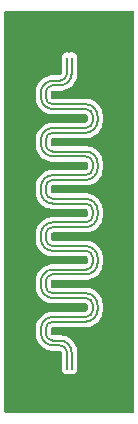
<source format=gbr>
%TF.GenerationSoftware,KiCad,Pcbnew,9.0.4*%
%TF.CreationDate,2025-09-11T11:48:02+02:00*%
%TF.ProjectId,200_042_V1_Line,3230305f-3034-4325-9f56-315f4c696e65,rev?*%
%TF.SameCoordinates,Original*%
%TF.FileFunction,Copper,L1,Top*%
%TF.FilePolarity,Positive*%
%FSLAX46Y46*%
G04 Gerber Fmt 4.6, Leading zero omitted, Abs format (unit mm)*
G04 Created by KiCad (PCBNEW 9.0.4) date 2025-09-11 11:48:02*
%MOMM*%
%LPD*%
G01*
G04 APERTURE LIST*
%TA.AperFunction,ViaPad*%
%ADD10C,0.500000*%
%TD*%
%TA.AperFunction,Conductor*%
%ADD11C,0.200000*%
%TD*%
G04 APERTURE END LIST*
D10*
%TO.N,GND*%
X139234403Y-85591317D03*
X135527911Y-94677131D03*
X135981677Y-78088914D03*
X139637418Y-74199718D03*
X136434403Y-85591317D03*
X141518323Y-84148819D03*
X138930241Y-95589807D03*
X137827333Y-89586470D03*
X141574891Y-88250038D03*
X141504181Y-91064323D03*
X140344383Y-87585358D03*
X139641832Y-72806071D03*
X137544383Y-87585358D03*
X141044383Y-83583134D03*
X137745421Y-71509374D03*
X139752687Y-97465273D03*
X139754555Y-98864564D03*
X141511252Y-86998459D03*
X137728231Y-72884643D03*
X136420154Y-97491924D03*
X136434403Y-81589093D03*
X137028229Y-73584644D03*
X141942027Y-94069643D03*
X139934404Y-85591317D03*
X139255581Y-74914005D03*
X141044383Y-91587580D03*
X137530241Y-95589808D03*
X137544383Y-91587582D03*
X137551454Y-79587980D03*
X135533170Y-78601504D03*
X137834404Y-77586868D03*
X138237313Y-75585754D03*
X135527911Y-95377131D03*
X141945616Y-93372946D03*
X135960464Y-90003663D03*
X141878946Y-88992500D03*
X140351454Y-79587980D03*
X135932179Y-89056140D03*
X139651454Y-79587980D03*
X137134404Y-81589092D03*
X138937312Y-75585756D03*
X137544383Y-83583133D03*
X141765774Y-76406034D03*
X137834405Y-85591315D03*
X135529130Y-92584531D03*
X135536760Y-75104807D03*
X139234402Y-81589092D03*
X137821917Y-99587577D03*
X135527911Y-96077130D03*
X135533170Y-75801504D03*
X138534403Y-77586868D03*
X137834405Y-81589092D03*
X139630240Y-95589807D03*
X139241474Y-93588694D03*
X138944383Y-91587582D03*
X135522057Y-80174879D03*
X139644382Y-87585358D03*
X141946069Y-85679723D03*
X141949659Y-82183025D03*
X139644384Y-91587581D03*
X137134404Y-85591317D03*
X139234403Y-77586868D03*
X141164769Y-75847385D03*
X138244382Y-83583134D03*
X140337312Y-75585756D03*
X139934404Y-77586867D03*
X138541475Y-93588694D03*
X135529129Y-87691423D03*
X135532718Y-84194726D03*
X141945616Y-92672945D03*
X139637420Y-73499719D03*
X135946322Y-82168919D03*
X137841475Y-93588695D03*
X135529129Y-88391422D03*
X137823385Y-98889567D03*
X137141475Y-93588694D03*
X135529129Y-91184529D03*
X139934404Y-81589092D03*
X135529129Y-90484530D03*
X139488926Y-96487832D03*
X141108202Y-95335248D03*
X137820154Y-97491924D03*
X136434403Y-77586868D03*
X138244382Y-91587581D03*
X141490039Y-82946737D03*
X139753574Y-98163451D03*
X141214267Y-79998102D03*
X139941475Y-93588694D03*
X135889754Y-84969063D03*
X141946069Y-84979723D03*
X138951455Y-79587980D03*
X137537312Y-75585756D03*
X139927333Y-89586470D03*
X141945616Y-89879838D03*
X138230242Y-95589807D03*
X135529128Y-91884530D03*
X136441474Y-93588694D03*
X140344383Y-83583133D03*
X138244383Y-87585357D03*
X135533169Y-79294611D03*
X135967535Y-77070679D03*
X135960464Y-94133168D03*
X138251454Y-79587978D03*
X139227332Y-89586470D03*
X139755440Y-99562743D03*
X141518323Y-92082557D03*
X138534404Y-81589092D03*
X141977942Y-77197959D03*
X139641832Y-72106071D03*
X141949658Y-77989918D03*
X135532718Y-83494727D03*
X137728231Y-73584644D03*
X139644382Y-83583133D03*
X137731820Y-72187946D03*
X141779952Y-78697026D03*
X140330241Y-95589807D03*
X141737526Y-80606214D03*
X135533170Y-76501504D03*
X141143556Y-79248569D03*
X135875611Y-86227713D03*
X141758739Y-94797847D03*
X135939250Y-80973909D03*
X140344383Y-91587582D03*
X135988748Y-93114932D03*
X138944384Y-87585357D03*
X138527332Y-89586470D03*
X135529130Y-86991421D03*
X139646244Y-71412423D03*
X138944384Y-83583132D03*
X141949657Y-81483027D03*
X135769545Y-74270537D03*
X136314017Y-73825060D03*
X137120154Y-97491923D03*
X141044383Y-87585357D03*
X135532718Y-82794726D03*
X137134404Y-77586867D03*
X138534404Y-85591315D03*
X137822674Y-98190192D03*
X137127333Y-89586470D03*
X136427332Y-89586470D03*
X135826113Y-96912096D03*
X139637311Y-75585756D03*
X141946069Y-86379724D03*
X141945616Y-90572944D03*
%TD*%
D11*
%TO.N,/BGT145/IFIRX_P*%
X138733847Y-78786905D02*
X138933848Y-78786905D01*
X138933848Y-98800000D02*
X138933848Y-97386924D01*
X138733847Y-90786917D02*
X138933847Y-90786917D01*
X138733847Y-78786907D02*
X138733847Y-78786905D01*
X136733847Y-95786923D02*
X136733847Y-95386923D01*
X141133847Y-85786913D02*
X141133848Y-85386913D01*
X137933847Y-76386902D02*
X137333847Y-76386902D01*
X137333847Y-74786902D02*
X137933849Y-74786903D01*
X138933848Y-97386924D02*
X138933847Y-97386923D01*
X137333847Y-82786910D02*
X138533849Y-82786911D01*
X138733847Y-86786915D02*
X138733847Y-86786913D01*
X136733848Y-91786917D02*
X136733848Y-91386918D01*
X136733848Y-75786903D02*
X136733847Y-75386902D01*
X138533847Y-88386914D02*
X137333847Y-88386914D01*
X138733847Y-82786911D02*
X138733847Y-82786909D01*
X138533847Y-92386919D02*
X137333847Y-92386918D01*
X138733847Y-84386912D02*
X138733847Y-84386911D01*
X138933848Y-82786909D02*
X140133847Y-82786909D01*
X138533849Y-78786907D02*
X138733847Y-78786907D01*
X138533849Y-82786911D02*
X138733847Y-82786911D01*
X138933845Y-76386903D02*
X138733847Y-76386903D01*
X138533848Y-90786918D02*
X138733847Y-90786919D01*
X138533847Y-80386906D02*
X137333847Y-80386906D01*
X138733847Y-76386903D02*
X137933847Y-76386902D01*
X138933848Y-73386901D02*
X138933847Y-72429500D01*
X138533848Y-86786913D02*
X138733847Y-86786915D01*
X138933847Y-90786917D02*
X140133847Y-90786917D01*
X136733847Y-87786914D02*
X136733848Y-87386913D01*
X140133847Y-88386916D02*
X138933846Y-88386914D01*
X138733847Y-82786909D02*
X138933848Y-82786909D01*
X138733847Y-90786919D02*
X138733847Y-90786917D01*
X141133847Y-81786909D02*
X141133848Y-81386909D01*
X138933845Y-84386912D02*
X138733847Y-84386912D01*
X138733847Y-92386919D02*
X138533847Y-92386919D01*
X138933846Y-88386914D02*
X138733847Y-88386916D01*
X138733847Y-80386907D02*
X138533847Y-80386906D01*
X140133847Y-80386908D02*
X138933845Y-80386908D01*
X137933846Y-96386922D02*
X137333847Y-96386923D01*
X138733847Y-88386915D02*
X138533847Y-88386914D01*
X136733847Y-79786906D02*
X136733848Y-79386905D01*
X140133847Y-92386920D02*
X138933846Y-92386919D01*
X138733847Y-94786921D02*
X138933847Y-94786921D01*
X138733847Y-88386916D02*
X138733847Y-88386915D01*
X138733847Y-86786913D02*
X138933847Y-86786913D01*
X138933848Y-73786902D02*
X138933848Y-73386901D01*
X138733847Y-76386903D02*
X138733847Y-76386903D01*
X137333847Y-94786922D02*
X137933847Y-94786920D01*
X136733847Y-83786910D02*
X136733848Y-83386909D01*
X137333847Y-90786918D02*
X138533848Y-90786918D01*
X140133847Y-84386912D02*
X138933845Y-84386912D01*
X140133847Y-76386904D02*
X138933845Y-76386903D01*
X137933847Y-94786920D02*
X138733847Y-94786921D01*
X141133847Y-93786921D02*
X141133848Y-93386919D01*
X138533847Y-84386910D02*
X137333847Y-84386910D01*
X138933847Y-86786913D02*
X140133847Y-86786913D01*
X138733847Y-92386920D02*
X138733847Y-92386919D01*
X138933845Y-80386908D02*
X138733847Y-80386908D01*
X141133847Y-77786905D02*
X141133848Y-77386905D01*
X138933846Y-92386919D02*
X138733847Y-92386920D01*
X141133847Y-89786917D02*
X141133848Y-89386915D01*
X138733847Y-80386908D02*
X138733847Y-80386907D01*
X138933848Y-78786905D02*
X140133847Y-78786905D01*
X137333847Y-78786906D02*
X138533849Y-78786907D01*
X138733847Y-84386911D02*
X138533847Y-84386910D01*
X138933847Y-94786921D02*
X140133847Y-94786921D01*
X137333847Y-86786914D02*
X138533848Y-86786913D01*
X137333847Y-80386906D02*
G75*
G02*
X136733794Y-79786906I-47J600006D01*
G01*
X137333847Y-92386918D02*
G75*
G02*
X136733782Y-91786917I-47J600018D01*
G01*
X140133847Y-94786921D02*
G75*
G03*
X141133821Y-93786921I-47J1000021D01*
G01*
X136733848Y-87386913D02*
G75*
G02*
X137333847Y-86786948I599952J13D01*
G01*
X137333847Y-76386902D02*
G75*
G02*
X136733798Y-75786903I-47J600002D01*
G01*
X136733847Y-75386902D02*
G75*
G02*
X137333847Y-74786947I599953J2D01*
G01*
X140133847Y-82786909D02*
G75*
G03*
X141133809Y-81786909I-47J1000009D01*
G01*
X141133848Y-81386909D02*
G75*
G03*
X140133847Y-80386852I-1000048J9D01*
G01*
X136733848Y-79386905D02*
G75*
G02*
X137333847Y-78786948I599952J5D01*
G01*
X140133847Y-86786913D02*
G75*
G03*
X141133813Y-85786913I-47J1000013D01*
G01*
X141133848Y-77386905D02*
G75*
G03*
X140133847Y-76386852I-1000048J5D01*
G01*
X140133847Y-90786917D02*
G75*
G03*
X141133817Y-89786917I-47J1000017D01*
G01*
X137333847Y-96386923D02*
G75*
G02*
X136733777Y-95786923I-47J600023D01*
G01*
X137333847Y-84386910D02*
G75*
G02*
X136733790Y-83786910I-47J600010D01*
G01*
X138933847Y-97386923D02*
G75*
G03*
X137933846Y-96386853I-1000047J23D01*
G01*
X137333847Y-88386914D02*
G75*
G02*
X136733786Y-87786914I-47J600014D01*
G01*
X141133848Y-85386913D02*
G75*
G03*
X140133847Y-84386852I-1000048J13D01*
G01*
X137933849Y-74786903D02*
G75*
G03*
X138933803Y-73786902I-49J1000003D01*
G01*
X136733848Y-83386909D02*
G75*
G02*
X137333847Y-82786948I599952J9D01*
G01*
X141133848Y-93386919D02*
G75*
G03*
X140133847Y-92386852I-1000048J19D01*
G01*
X141133848Y-89386915D02*
G75*
G03*
X140133847Y-88386852I-1000048J15D01*
G01*
X136733847Y-95386923D02*
G75*
G02*
X137333847Y-94786947I599953J23D01*
G01*
X140133847Y-78786905D02*
G75*
G03*
X141133805Y-77786905I-47J1000005D01*
G01*
X136733848Y-91386918D02*
G75*
G02*
X137333847Y-90786948I599952J18D01*
G01*
%TO.N,/BGT145/IFIRX_N*%
X138733848Y-78386904D02*
X138733847Y-78386905D01*
X138733847Y-78386905D02*
X138933848Y-78386906D01*
X138733847Y-76786905D02*
X138733847Y-76786903D01*
X137333849Y-86386914D02*
X138533849Y-86386912D01*
X138733847Y-88786915D02*
X138533848Y-88786915D01*
X137933847Y-96786922D02*
X137333847Y-96786924D01*
X138733847Y-90386917D02*
X138933847Y-90386918D01*
X136333847Y-95786924D02*
X136333847Y-95386922D01*
X138933847Y-92786921D02*
X138733847Y-92786921D01*
X138533847Y-97386924D02*
X138533847Y-97386922D01*
X138733847Y-84786911D02*
X138533849Y-84786912D01*
X138533849Y-73786900D02*
X138533847Y-73386901D01*
X138933847Y-90386918D02*
X140133847Y-90386918D01*
X138533849Y-78386904D02*
X138733848Y-78386904D01*
X140133847Y-76786905D02*
X138933848Y-76786905D01*
X140733847Y-93786922D02*
X140733846Y-93386921D01*
X137333847Y-94386922D02*
X137933849Y-94386922D01*
X140733847Y-89786917D02*
X140733846Y-89386917D01*
X138733847Y-94386921D02*
X138933848Y-94386921D01*
X138533849Y-90386916D02*
X138733849Y-90386916D01*
X136333848Y-79786907D02*
X136333848Y-79386907D01*
X138733847Y-76786903D02*
X137933847Y-76786904D01*
X137333848Y-74386902D02*
X137933849Y-74386899D01*
X136333848Y-83786911D02*
X136333848Y-83386911D01*
X140133847Y-84786913D02*
X138933848Y-84786913D01*
X137333849Y-90386918D02*
X138533849Y-90386916D01*
X138933847Y-88786916D02*
X138733847Y-88786917D01*
X138533849Y-80786907D02*
X137333847Y-80786908D01*
X138733847Y-82386909D02*
X138933848Y-82386911D01*
X136333848Y-91786919D02*
X136333848Y-91386919D01*
X138733847Y-94386922D02*
X138733847Y-94386921D01*
X138733847Y-92786921D02*
X138733847Y-92786919D01*
X138533847Y-73386901D02*
X138533847Y-72429499D01*
X140733847Y-81786910D02*
X140733847Y-81386909D01*
X138733847Y-92786919D02*
X138533848Y-92786919D01*
X138733847Y-86386913D02*
X138933847Y-86386914D01*
X138533849Y-82386908D02*
X138733848Y-82386908D01*
X137333849Y-82386910D02*
X138533849Y-82386908D01*
X140733847Y-77786906D02*
X140733847Y-77386905D01*
X138933848Y-84786913D02*
X138733847Y-84786913D01*
X140133847Y-92786922D02*
X138933847Y-92786921D01*
X137333848Y-78386906D02*
X138533849Y-78386904D01*
X138533849Y-86386912D02*
X138733848Y-86386912D01*
X138733848Y-82386908D02*
X138733847Y-82386909D01*
X138933847Y-86386914D02*
X140133847Y-86386914D01*
X137933847Y-76786904D02*
X137333847Y-76786904D01*
X136333848Y-87786915D02*
X136333848Y-87386915D01*
X136333848Y-75786903D02*
X136333848Y-75386902D01*
X138733847Y-80786907D02*
X138533849Y-80786907D01*
X138933848Y-94386921D02*
X140133847Y-94386922D01*
X138933848Y-82386911D02*
X140133847Y-82386910D01*
X140133847Y-88786918D02*
X138933847Y-88786916D01*
X138733848Y-86386912D02*
X138733847Y-86386913D01*
X138733847Y-84786913D02*
X138733847Y-84786911D01*
X138733847Y-88786917D02*
X138733847Y-88786915D01*
X138933848Y-76786905D02*
X138733847Y-76786905D01*
X138933848Y-78386906D02*
X140133847Y-78386906D01*
X138533849Y-84786912D02*
X137333847Y-84786912D01*
X138533848Y-88786915D02*
X137333847Y-88786916D01*
X140133847Y-80786909D02*
X138933848Y-80786909D01*
X138733847Y-80786909D02*
X138733847Y-80786907D01*
X140733847Y-85786914D02*
X140733846Y-85386913D01*
X138533848Y-92786919D02*
X137333847Y-92786920D01*
X138933848Y-80786909D02*
X138733847Y-80786909D01*
X138533847Y-98800000D02*
X138533847Y-97386924D01*
X138733849Y-90386916D02*
X138733847Y-90386917D01*
X137933849Y-94386922D02*
X138733847Y-94386922D01*
X136333848Y-79386907D02*
G75*
G02*
X137333848Y-78386948I999952J7D01*
G01*
X136333848Y-87386915D02*
G75*
G02*
X137333849Y-86386948I999952J15D01*
G01*
X137333847Y-76786904D02*
G75*
G02*
X136333896Y-75786903I53J1000004D01*
G01*
X136333848Y-75386902D02*
G75*
G02*
X137333848Y-74386948I999952J2D01*
G01*
X140133847Y-90386918D02*
G75*
G03*
X140733818Y-89786917I-47J600018D01*
G01*
X137333847Y-84786912D02*
G75*
G02*
X136333888Y-83786911I53J1000012D01*
G01*
X137333847Y-80786908D02*
G75*
G02*
X136333892Y-79786907I53J1000008D01*
G01*
X140733846Y-85386913D02*
G75*
G03*
X140133847Y-84786854I-600046J13D01*
G01*
X137333847Y-88786916D02*
G75*
G02*
X136333884Y-87786915I53J1000016D01*
G01*
X140733846Y-89386917D02*
G75*
G03*
X140133847Y-88786854I-600046J17D01*
G01*
X137933849Y-74386899D02*
G75*
G03*
X138533899Y-73786900I51J599999D01*
G01*
X137333847Y-96786924D02*
G75*
G02*
X136333776Y-95786924I-47J1000024D01*
G01*
X140133847Y-78386906D02*
G75*
G03*
X140733906Y-77786906I53J600006D01*
G01*
X136333848Y-91386919D02*
G75*
G02*
X137333849Y-90386948I999952J19D01*
G01*
X138533847Y-97386922D02*
G75*
G03*
X137933847Y-96786853I-600047J22D01*
G01*
X140733847Y-77386905D02*
G75*
G03*
X140133847Y-76786853I-600047J5D01*
G01*
X136333847Y-95386922D02*
G75*
G02*
X137333847Y-94386947I999953J22D01*
G01*
X140133847Y-94386922D02*
G75*
G03*
X140733822Y-93786922I-47J600022D01*
G01*
X137333847Y-92786920D02*
G75*
G02*
X136333880Y-91786919I53J1000020D01*
G01*
X140133847Y-86386914D02*
G75*
G03*
X140733814Y-85786914I-47J600014D01*
G01*
X140733846Y-93386921D02*
G75*
G03*
X140133847Y-92786954I-599946J21D01*
G01*
X140133847Y-82386910D02*
G75*
G03*
X140733910Y-81786910I53J600010D01*
G01*
X136333848Y-83386911D02*
G75*
G02*
X137333849Y-82386948I999952J11D01*
G01*
X140733847Y-81386909D02*
G75*
G03*
X140133847Y-80786853I-600047J9D01*
G01*
%TD*%
%TA.AperFunction,Conductor*%
%TO.N,GND*%
G36*
X144177826Y-68522174D02*
G01*
X144199500Y-68574500D01*
X144199500Y-102425500D01*
X144177826Y-102477826D01*
X144125500Y-102499500D01*
X133324500Y-102499500D01*
X133272174Y-102477826D01*
X133250500Y-102425500D01*
X133250500Y-95756386D01*
X135883275Y-95756386D01*
X135883278Y-95901094D01*
X135919001Y-96126602D01*
X135919004Y-96126612D01*
X135989560Y-96343740D01*
X135989568Y-96343759D01*
X136093223Y-96547177D01*
X136093224Y-96547179D01*
X136227434Y-96731890D01*
X136388883Y-96893328D01*
X136388885Y-96893329D01*
X136388888Y-96893332D01*
X136573608Y-97027529D01*
X136777048Y-97131176D01*
X136777050Y-97131176D01*
X136777053Y-97131178D01*
X136889419Y-97167682D01*
X136994197Y-97201722D01*
X137219708Y-97237429D01*
X137333868Y-97237424D01*
X137337322Y-97237423D01*
X137337322Y-97237430D01*
X137337340Y-97237422D01*
X137926521Y-97237422D01*
X137940962Y-97238845D01*
X137959172Y-97242468D01*
X137976576Y-97245931D01*
X138003247Y-97256980D01*
X138027267Y-97273032D01*
X138047680Y-97293449D01*
X138063724Y-97317464D01*
X138074772Y-97344138D01*
X138081925Y-97380105D01*
X138083346Y-97394540D01*
X138083345Y-97451355D01*
X138083347Y-97451384D01*
X138083347Y-98859311D01*
X138114046Y-98973882D01*
X138114048Y-98973887D01*
X138173355Y-99076609D01*
X138173356Y-99076610D01*
X138173358Y-99076613D01*
X138257234Y-99160489D01*
X138359961Y-99219799D01*
X138359962Y-99219799D01*
X138359964Y-99219800D01*
X138417249Y-99235149D01*
X138474535Y-99250499D01*
X138474536Y-99250500D01*
X138474538Y-99250500D01*
X138593158Y-99250500D01*
X138593158Y-99250499D01*
X138661183Y-99232272D01*
X138712418Y-99218544D01*
X138712999Y-99220714D01*
X138754696Y-99220709D01*
X138755277Y-99218544D01*
X138831668Y-99239012D01*
X138874536Y-99250499D01*
X138874537Y-99250500D01*
X138874539Y-99250500D01*
X138993159Y-99250500D01*
X138993159Y-99250499D01*
X139107734Y-99219799D01*
X139210461Y-99160489D01*
X139294337Y-99076613D01*
X139353647Y-98973886D01*
X139384347Y-98859311D01*
X139384348Y-98859311D01*
X139384348Y-97323258D01*
X139384279Y-97322214D01*
X139384280Y-97293449D01*
X139384281Y-97272780D01*
X139348571Y-97047283D01*
X139278027Y-96830148D01*
X139227966Y-96731891D01*
X139174389Y-96626732D01*
X139174386Y-96626728D01*
X139174383Y-96626722D01*
X139040194Y-96442014D01*
X138878762Y-96280571D01*
X138878761Y-96280570D01*
X138694064Y-96146369D01*
X138596035Y-96096416D01*
X138490644Y-96042712D01*
X138490641Y-96042711D01*
X138490639Y-96042710D01*
X138490639Y-96042709D01*
X138273527Y-95972155D01*
X138273507Y-95972150D01*
X138048022Y-95936427D01*
X138048017Y-95936426D01*
X137997219Y-95936424D01*
X137997219Y-95936423D01*
X137993158Y-95936422D01*
X137993154Y-95936422D01*
X137935692Y-95936422D01*
X137933867Y-95936422D01*
X137874557Y-95936420D01*
X137874556Y-95936420D01*
X137870527Y-95936420D01*
X137870491Y-95936422D01*
X137397054Y-95936422D01*
X137393134Y-95936421D01*
X137393121Y-95936419D01*
X137350990Y-95936421D01*
X137341091Y-95936421D01*
X137341089Y-95936420D01*
X137326662Y-95935000D01*
X137291026Y-95927915D01*
X137264351Y-95916869D01*
X137240314Y-95900810D01*
X137219899Y-95880397D01*
X137203839Y-95856364D01*
X137192790Y-95829693D01*
X137185768Y-95794400D01*
X137184347Y-95779969D01*
X137184347Y-95446221D01*
X137184349Y-95446215D01*
X137184347Y-95394186D01*
X137185766Y-95379767D01*
X137192852Y-95344139D01*
X137203898Y-95317472D01*
X137219946Y-95293455D01*
X137240359Y-95273043D01*
X137264377Y-95256996D01*
X137291048Y-95245950D01*
X137326793Y-95238842D01*
X137341222Y-95237422D01*
X137393121Y-95237426D01*
X137393125Y-95237424D01*
X137398698Y-95237425D01*
X137398750Y-95237420D01*
X137959805Y-95237420D01*
X138659816Y-95237420D01*
X138659820Y-95237421D01*
X140074552Y-95237421D01*
X140074559Y-95237423D01*
X140103193Y-95237422D01*
X140103256Y-95237447D01*
X140133868Y-95237445D01*
X140133868Y-95237447D01*
X140248024Y-95237442D01*
X140473523Y-95201717D01*
X140690657Y-95131158D01*
X140894081Y-95027501D01*
X141078786Y-94893300D01*
X141240224Y-94731857D01*
X141374421Y-94547149D01*
X141478072Y-94343722D01*
X141548626Y-94126586D01*
X141584345Y-93901086D01*
X141584345Y-93846234D01*
X141584347Y-93846231D01*
X141584347Y-93779272D01*
X141584348Y-93727621D01*
X141584347Y-93727618D01*
X141584348Y-93327611D01*
X141584347Y-93327607D01*
X141584347Y-93323272D01*
X141584281Y-93322251D01*
X141584281Y-93317458D01*
X141584282Y-93272774D01*
X141548572Y-93047278D01*
X141478027Y-92830144D01*
X141374383Y-92626719D01*
X141240194Y-92442011D01*
X141078762Y-92280568D01*
X141078761Y-92280567D01*
X140894064Y-92146367D01*
X140796036Y-92096414D01*
X140690645Y-92042710D01*
X140690642Y-92042709D01*
X140690640Y-92042708D01*
X140690640Y-92042707D01*
X140473527Y-91972153D01*
X140473507Y-91972148D01*
X140248022Y-91936425D01*
X140248018Y-91936424D01*
X140197222Y-91936422D01*
X140197222Y-91936421D01*
X140193159Y-91936420D01*
X140193156Y-91936420D01*
X140132503Y-91936419D01*
X140132500Y-91936418D01*
X140072275Y-91936418D01*
X140072243Y-91936419D01*
X138593156Y-91936419D01*
X137397975Y-91936418D01*
X137397974Y-91936418D01*
X137393135Y-91936417D01*
X137393121Y-91936414D01*
X137347079Y-91936417D01*
X137341094Y-91936417D01*
X137341092Y-91936416D01*
X137326663Y-91934996D01*
X137291028Y-91927910D01*
X137264354Y-91916864D01*
X137240321Y-91900809D01*
X137219902Y-91880393D01*
X137203841Y-91856358D01*
X137192793Y-91829685D01*
X137185770Y-91794380D01*
X137184348Y-91779943D01*
X137184348Y-91446217D01*
X137184349Y-91446214D01*
X137184348Y-91394185D01*
X137185770Y-91379753D01*
X137192852Y-91344146D01*
X137203899Y-91317472D01*
X137219947Y-91293455D01*
X137240361Y-91273042D01*
X137264376Y-91256997D01*
X137291049Y-91245950D01*
X137326821Y-91238837D01*
X137341243Y-91237418D01*
X137393121Y-91237422D01*
X137393125Y-91237420D01*
X137397913Y-91237421D01*
X137397976Y-91237418D01*
X138474537Y-91237418D01*
X138674536Y-91237418D01*
X138674538Y-91237419D01*
X138793154Y-91237419D01*
X138793156Y-91237419D01*
X138793162Y-91237417D01*
X138798326Y-91237417D01*
X138874538Y-91237417D01*
X140069390Y-91237417D01*
X140069418Y-91237418D01*
X140074554Y-91237417D01*
X140074559Y-91237419D01*
X140103185Y-91237418D01*
X140103257Y-91237447D01*
X140133868Y-91237445D01*
X140133868Y-91237447D01*
X140248024Y-91237442D01*
X140473523Y-91201717D01*
X140690658Y-91131157D01*
X140894083Y-91027500D01*
X141078788Y-90893298D01*
X141240226Y-90731855D01*
X141374423Y-90547145D01*
X141478074Y-90343718D01*
X141548627Y-90126581D01*
X141584345Y-89901081D01*
X141584345Y-89846230D01*
X141584347Y-89846227D01*
X141584347Y-89779267D01*
X141584348Y-89727615D01*
X141584347Y-89727612D01*
X141584348Y-89327607D01*
X141584347Y-89327603D01*
X141584347Y-89323236D01*
X141584285Y-89322276D01*
X141584285Y-89317460D01*
X141584286Y-89272769D01*
X141548575Y-89047272D01*
X141478029Y-88830138D01*
X141374385Y-88626713D01*
X141240195Y-88442006D01*
X141078763Y-88280564D01*
X141078762Y-88280563D01*
X140894065Y-88146362D01*
X140796034Y-88096409D01*
X140690645Y-88042706D01*
X140690642Y-88042705D01*
X140690640Y-88042704D01*
X140690640Y-88042703D01*
X140473527Y-87972149D01*
X140473507Y-87972144D01*
X140248022Y-87936421D01*
X140248018Y-87936420D01*
X140197223Y-87936418D01*
X140197223Y-87936417D01*
X140193160Y-87936416D01*
X140193157Y-87936416D01*
X140131075Y-87936415D01*
X140131072Y-87936414D01*
X138997695Y-87936414D01*
X138997678Y-87936413D01*
X138993150Y-87936413D01*
X138909296Y-87936414D01*
X138874538Y-87936414D01*
X138874536Y-87936414D01*
X138793159Y-87936415D01*
X138793158Y-87936415D01*
X138593157Y-87936414D01*
X137397975Y-87936414D01*
X137393135Y-87936413D01*
X137393121Y-87936410D01*
X137347078Y-87936413D01*
X137341092Y-87936413D01*
X137341090Y-87936412D01*
X137326661Y-87934992D01*
X137291029Y-87927907D01*
X137264353Y-87916860D01*
X137240726Y-87901075D01*
X137240321Y-87900804D01*
X137219904Y-87880389D01*
X137203846Y-87856359D01*
X137192797Y-87829684D01*
X137185769Y-87794356D01*
X137184347Y-87779918D01*
X137184347Y-87454835D01*
X137184347Y-87446216D01*
X137184349Y-87446213D01*
X137184348Y-87394186D01*
X137185770Y-87379754D01*
X137192853Y-87344144D01*
X137203900Y-87317470D01*
X137219946Y-87293456D01*
X137240362Y-87273041D01*
X137264377Y-87256997D01*
X137291050Y-87245950D01*
X137326839Y-87238834D01*
X137341264Y-87237414D01*
X137393121Y-87237418D01*
X137393124Y-87237416D01*
X137399051Y-87237417D01*
X137399114Y-87237413D01*
X138556408Y-87237413D01*
X138674536Y-87237414D01*
X138674538Y-87237415D01*
X138713497Y-87237415D01*
X138793151Y-87237416D01*
X138793155Y-87237415D01*
X138793156Y-87237415D01*
X138798299Y-87237415D01*
X138798327Y-87237413D01*
X138874538Y-87237413D01*
X140074552Y-87237413D01*
X140074559Y-87237415D01*
X140103185Y-87237414D01*
X140103267Y-87237447D01*
X140133868Y-87237445D01*
X140133868Y-87237447D01*
X140248024Y-87237442D01*
X140473524Y-87201716D01*
X140690660Y-87131156D01*
X140894084Y-87027499D01*
X141078790Y-86893296D01*
X141240228Y-86731852D01*
X141374425Y-86547142D01*
X141478075Y-86343714D01*
X141548628Y-86126576D01*
X141584345Y-85901075D01*
X141584345Y-85857186D01*
X141584347Y-85857173D01*
X141584347Y-85779614D01*
X141584348Y-85327605D01*
X141584347Y-85327601D01*
X141584347Y-85323170D01*
X141584288Y-85322262D01*
X141584288Y-85317461D01*
X141584289Y-85272765D01*
X141548578Y-85047269D01*
X141478032Y-84830135D01*
X141374387Y-84626710D01*
X141240197Y-84442002D01*
X141078767Y-84280562D01*
X140894066Y-84146358D01*
X140796035Y-84096405D01*
X140690646Y-84042702D01*
X140690643Y-84042701D01*
X140690641Y-84042700D01*
X140690641Y-84042699D01*
X140473528Y-83972145D01*
X140473508Y-83972140D01*
X140248023Y-83936417D01*
X140248019Y-83936416D01*
X140197221Y-83936414D01*
X140197221Y-83936413D01*
X140193160Y-83936412D01*
X140193156Y-83936412D01*
X140133868Y-83936412D01*
X140074559Y-83936410D01*
X140074558Y-83936410D01*
X140069418Y-83936410D01*
X140069390Y-83936412D01*
X138797704Y-83936412D01*
X138797687Y-83936410D01*
X138593157Y-83936410D01*
X138593156Y-83936410D01*
X137397975Y-83936410D01*
X137393135Y-83936409D01*
X137393121Y-83936406D01*
X137347078Y-83936409D01*
X137341093Y-83936409D01*
X137341091Y-83936408D01*
X137326663Y-83934988D01*
X137291030Y-83927903D01*
X137264356Y-83916857D01*
X137240322Y-83900800D01*
X137219906Y-83880385D01*
X137203851Y-83856358D01*
X137192801Y-83829683D01*
X137185769Y-83794335D01*
X137184347Y-83779897D01*
X137184348Y-83446215D01*
X137184349Y-83446212D01*
X137184348Y-83394185D01*
X137185770Y-83379753D01*
X137192853Y-83344143D01*
X137203901Y-83317469D01*
X137219948Y-83293454D01*
X137240361Y-83273042D01*
X137264377Y-83256996D01*
X137291050Y-83245950D01*
X137326859Y-83238830D01*
X137341286Y-83237410D01*
X137393121Y-83237414D01*
X137393125Y-83237412D01*
X137398244Y-83237413D01*
X137398303Y-83237410D01*
X138459818Y-83237410D01*
X138459822Y-83237411D01*
X138474540Y-83237411D01*
X138798299Y-83237411D01*
X138798327Y-83237409D01*
X138874539Y-83237409D01*
X140074552Y-83237409D01*
X140074559Y-83237411D01*
X140103181Y-83237410D01*
X140103273Y-83237447D01*
X140133868Y-83237445D01*
X140133868Y-83237447D01*
X140248025Y-83237442D01*
X140473525Y-83201716D01*
X140690661Y-83131156D01*
X140894086Y-83027498D01*
X141078792Y-82893294D01*
X141240230Y-82731850D01*
X141374427Y-82547139D01*
X141478077Y-82343710D01*
X141542205Y-82146342D01*
X141548626Y-82126581D01*
X141548626Y-82126579D01*
X141548629Y-82126571D01*
X141584346Y-81901069D01*
X141584346Y-81860941D01*
X141584347Y-81860936D01*
X141584347Y-81779611D01*
X141584348Y-81327601D01*
X141584347Y-81327597D01*
X141584347Y-81323154D01*
X141584292Y-81322305D01*
X141584292Y-81317458D01*
X141584293Y-81272760D01*
X141548581Y-81047263D01*
X141478034Y-80830129D01*
X141374389Y-80626704D01*
X141240198Y-80441997D01*
X141240192Y-80441991D01*
X141240187Y-80441985D01*
X141078768Y-80280557D01*
X140894066Y-80146354D01*
X140796037Y-80096401D01*
X140690646Y-80042697D01*
X140690643Y-80042696D01*
X140690641Y-80042695D01*
X140690641Y-80042694D01*
X140473528Y-79972141D01*
X140473508Y-79972136D01*
X140248023Y-79936413D01*
X140248019Y-79936412D01*
X140197221Y-79936410D01*
X140197221Y-79936409D01*
X140193160Y-79936408D01*
X140193156Y-79936408D01*
X140133868Y-79936408D01*
X140074559Y-79936406D01*
X140074558Y-79936406D01*
X140069418Y-79936406D01*
X140069390Y-79936408D01*
X138797704Y-79936408D01*
X138797687Y-79936406D01*
X138593157Y-79936406D01*
X138593156Y-79936406D01*
X137397975Y-79936406D01*
X137393135Y-79936405D01*
X137393121Y-79936402D01*
X137347079Y-79936405D01*
X137341094Y-79936405D01*
X137341092Y-79936404D01*
X137326663Y-79934984D01*
X137291032Y-79927899D01*
X137264355Y-79916851D01*
X137240327Y-79900798D01*
X137219908Y-79880380D01*
X137203854Y-79856354D01*
X137192804Y-79829679D01*
X137185769Y-79794315D01*
X137184347Y-79779877D01*
X137184347Y-79394179D01*
X137185767Y-79379762D01*
X137192854Y-79344137D01*
X137203902Y-79317466D01*
X137219949Y-79293454D01*
X137240365Y-79273040D01*
X137240796Y-79272752D01*
X137264375Y-79256998D01*
X137291050Y-79245950D01*
X137326879Y-79238826D01*
X137341306Y-79237406D01*
X137393121Y-79237410D01*
X137393125Y-79237408D01*
X137398244Y-79237409D01*
X137398303Y-79237406D01*
X138459818Y-79237406D01*
X138459822Y-79237407D01*
X138474540Y-79237407D01*
X138798299Y-79237407D01*
X138798327Y-79237405D01*
X138874539Y-79237405D01*
X140074552Y-79237405D01*
X140074559Y-79237407D01*
X140103177Y-79237406D01*
X140103278Y-79237447D01*
X140133868Y-79237445D01*
X140133868Y-79237447D01*
X140248025Y-79237442D01*
X140473526Y-79201716D01*
X140690662Y-79131155D01*
X140894088Y-79027497D01*
X141078794Y-78893293D01*
X141240232Y-78731847D01*
X141374429Y-78547136D01*
X141478079Y-78343706D01*
X141548630Y-78126567D01*
X141584346Y-77901064D01*
X141584346Y-77860937D01*
X141584347Y-77860932D01*
X141584347Y-77779610D01*
X141584348Y-77327597D01*
X141584347Y-77327593D01*
X141584347Y-77323116D01*
X141584296Y-77322327D01*
X141584296Y-77317453D01*
X141584297Y-77272754D01*
X141548584Y-77047257D01*
X141548581Y-77047250D01*
X141548580Y-77047243D01*
X141478039Y-76830132D01*
X141478037Y-76830129D01*
X141478036Y-76830124D01*
X141374390Y-76626699D01*
X141374389Y-76626698D01*
X141374390Y-76626698D01*
X141240200Y-76441994D01*
X141240199Y-76441992D01*
X141240193Y-76441986D01*
X141240188Y-76441980D01*
X141078769Y-76280552D01*
X140894065Y-76146348D01*
X140894063Y-76146347D01*
X140690647Y-76042693D01*
X140690641Y-76042690D01*
X140473528Y-75972137D01*
X140473508Y-75972132D01*
X140248023Y-75936409D01*
X140248019Y-75936408D01*
X140197222Y-75936406D01*
X140197222Y-75936405D01*
X140193159Y-75936404D01*
X140193156Y-75936404D01*
X140132503Y-75936403D01*
X140132500Y-75936402D01*
X140072275Y-75936402D01*
X140072243Y-75936403D01*
X138793157Y-75936403D01*
X137993156Y-75936402D01*
X137397975Y-75936402D01*
X137393135Y-75936401D01*
X137393121Y-75936398D01*
X137347079Y-75936401D01*
X137341094Y-75936401D01*
X137341092Y-75936400D01*
X137326664Y-75934980D01*
X137291036Y-75927896D01*
X137264358Y-75916848D01*
X137240329Y-75900794D01*
X137219912Y-75880379D01*
X137203855Y-75856351D01*
X137192806Y-75829675D01*
X137185769Y-75794297D01*
X137184347Y-75779861D01*
X137184347Y-75394187D01*
X137185769Y-75379752D01*
X137188228Y-75367387D01*
X137192852Y-75344140D01*
X137203901Y-75317466D01*
X137219949Y-75293451D01*
X137240361Y-75273041D01*
X137264377Y-75256995D01*
X137291050Y-75245949D01*
X137326894Y-75238822D01*
X137341321Y-75237402D01*
X137393121Y-75237406D01*
X137393125Y-75237404D01*
X137398244Y-75237405D01*
X137398303Y-75237402D01*
X137868579Y-75237402D01*
X137874551Y-75237402D01*
X137874562Y-75237406D01*
X137903181Y-75237404D01*
X137903291Y-75237449D01*
X137933871Y-75237447D01*
X137933871Y-75237448D01*
X138048028Y-75237442D01*
X138273529Y-75201716D01*
X138319401Y-75186809D01*
X138490661Y-75131157D01*
X138490661Y-75131156D01*
X138490666Y-75131155D01*
X138694091Y-75027496D01*
X138878797Y-74893291D01*
X139040236Y-74731845D01*
X139174432Y-74547133D01*
X139278081Y-74343703D01*
X139348632Y-74126563D01*
X139384348Y-73901060D01*
X139384348Y-73786903D01*
X139384348Y-73727593D01*
X139384348Y-73727592D01*
X139384348Y-73327592D01*
X139384348Y-73312875D01*
X139384347Y-73312869D01*
X139384347Y-72370189D01*
X139384346Y-72370188D01*
X139353647Y-72255617D01*
X139353645Y-72255612D01*
X139294338Y-72152890D01*
X139294337Y-72152889D01*
X139294336Y-72152887D01*
X139210460Y-72069011D01*
X139210457Y-72069009D01*
X139210456Y-72069008D01*
X139107734Y-72009701D01*
X139107729Y-72009699D01*
X138993158Y-71979000D01*
X138993156Y-71979000D01*
X138874538Y-71979000D01*
X138874536Y-71979000D01*
X138755277Y-72010956D01*
X138754697Y-72008794D01*
X138712998Y-72008789D01*
X138712418Y-72010955D01*
X138593158Y-71978999D01*
X138593156Y-71978999D01*
X138474538Y-71978999D01*
X138474536Y-71978999D01*
X138359964Y-72009698D01*
X138359959Y-72009700D01*
X138257237Y-72069007D01*
X138173355Y-72152889D01*
X138114048Y-72255611D01*
X138114046Y-72255616D01*
X138083347Y-72370187D01*
X138083347Y-73327594D01*
X138083349Y-73727591D01*
X138083349Y-73779611D01*
X138081927Y-73794048D01*
X138074844Y-73829656D01*
X138063793Y-73856334D01*
X138047750Y-73880342D01*
X138027332Y-73900758D01*
X138003322Y-73916799D01*
X137976643Y-73927847D01*
X137940782Y-73934977D01*
X137926347Y-73936398D01*
X137898191Y-73936395D01*
X137874578Y-73936394D01*
X137874576Y-73936394D01*
X137870296Y-73936394D01*
X137870210Y-73936399D01*
X137270060Y-73936401D01*
X137269400Y-73936444D01*
X137219713Y-73936443D01*
X137219708Y-73936443D01*
X136994222Y-73972146D01*
X136994207Y-73972149D01*
X136777072Y-74042691D01*
X136777068Y-74042693D01*
X136573635Y-74146338D01*
X136573632Y-74146340D01*
X136388930Y-74280526D01*
X136388917Y-74280537D01*
X136227482Y-74441965D01*
X136227472Y-74441977D01*
X136093275Y-74626675D01*
X136093271Y-74626681D01*
X135989617Y-74830109D01*
X135919066Y-75047238D01*
X135883348Y-75272745D01*
X135883348Y-75850698D01*
X135883396Y-75851430D01*
X135883396Y-75901057D01*
X135919110Y-76126550D01*
X135919113Y-76126563D01*
X135989656Y-76343679D01*
X135989661Y-76343689D01*
X136093305Y-76547109D01*
X136093304Y-76547109D01*
X136151128Y-76626699D01*
X136227497Y-76731815D01*
X136227501Y-76731819D01*
X136227507Y-76731826D01*
X136388925Y-76893253D01*
X136573627Y-77027456D01*
X136573629Y-77027457D01*
X136777047Y-77131113D01*
X136777051Y-77131114D01*
X136777051Y-77131115D01*
X136994163Y-77201668D01*
X136994165Y-77201668D01*
X136994176Y-77201672D01*
X137219670Y-77237398D01*
X137274526Y-77237400D01*
X137274538Y-77237404D01*
X137333823Y-77237404D01*
X137393133Y-77237407D01*
X137393137Y-77237405D01*
X137398040Y-77237406D01*
X137398085Y-77237404D01*
X138023807Y-77237404D01*
X138023809Y-77237403D01*
X138669367Y-77237403D01*
X138669395Y-77237405D01*
X138674538Y-77237405D01*
X138874539Y-77237405D01*
X140126521Y-77237405D01*
X140140961Y-77238828D01*
X140176580Y-77245915D01*
X140203256Y-77256966D01*
X140227276Y-77273018D01*
X140247689Y-77293432D01*
X140263739Y-77317455D01*
X140274788Y-77344129D01*
X140281925Y-77380012D01*
X140283347Y-77394448D01*
X140283347Y-77779610D01*
X140281925Y-77794050D01*
X140274840Y-77829661D01*
X140263789Y-77856336D01*
X140247748Y-77880341D01*
X140227330Y-77900757D01*
X140203322Y-77916797D01*
X140176644Y-77927845D01*
X140140740Y-77934984D01*
X140126304Y-77936405D01*
X140099471Y-77936403D01*
X140074577Y-77936401D01*
X140074575Y-77936401D01*
X140069854Y-77936401D01*
X140069776Y-77936406D01*
X138993159Y-77936406D01*
X138796822Y-77936405D01*
X138796802Y-77936404D01*
X138793157Y-77936404D01*
X138474540Y-77936404D01*
X138474539Y-77936404D01*
X137270066Y-77936405D01*
X137269464Y-77936444D01*
X137219715Y-77936443D01*
X137219713Y-77936443D01*
X137219712Y-77936443D01*
X137219711Y-77936443D01*
X137219708Y-77936443D01*
X136994222Y-77972147D01*
X136994206Y-77972150D01*
X136777071Y-78042691D01*
X136777067Y-78042693D01*
X136573635Y-78146338D01*
X136388922Y-78280533D01*
X136388915Y-78280539D01*
X136227474Y-78441973D01*
X136093271Y-78626682D01*
X135989615Y-78830114D01*
X135919064Y-79047243D01*
X135919062Y-79047252D01*
X135883348Y-79272752D01*
X135883348Y-79850674D01*
X135883392Y-79851353D01*
X135883392Y-79901064D01*
X135919107Y-80126556D01*
X135919110Y-80126569D01*
X135989654Y-80343685D01*
X135989656Y-80343690D01*
X135989657Y-80343691D01*
X136093304Y-80547114D01*
X136227496Y-80731820D01*
X136388929Y-80893261D01*
X136516029Y-80985610D01*
X136573627Y-81027460D01*
X136573629Y-81027461D01*
X136777047Y-81131117D01*
X136777051Y-81131118D01*
X136777051Y-81131119D01*
X136994163Y-81201672D01*
X136994165Y-81201672D01*
X136994176Y-81201676D01*
X137219670Y-81237402D01*
X137274526Y-81237404D01*
X137274538Y-81237408D01*
X137332976Y-81237407D01*
X137333040Y-81237407D01*
X137333823Y-81237408D01*
X137393133Y-81237411D01*
X137393136Y-81237409D01*
X137399575Y-81237410D01*
X137399622Y-81237407D01*
X138593158Y-81237407D01*
X138669367Y-81237407D01*
X138669395Y-81237409D01*
X138674538Y-81237409D01*
X138874539Y-81237409D01*
X140126521Y-81237409D01*
X140140963Y-81238832D01*
X140176579Y-81245919D01*
X140203252Y-81256969D01*
X140227272Y-81273020D01*
X140247687Y-81293437D01*
X140263736Y-81317458D01*
X140274785Y-81344134D01*
X140281925Y-81380036D01*
X140283346Y-81394470D01*
X140283346Y-81454822D01*
X140283347Y-81454831D01*
X140283347Y-81779611D01*
X140281925Y-81794050D01*
X140274841Y-81829659D01*
X140263789Y-81856336D01*
X140247746Y-81880343D01*
X140227329Y-81900758D01*
X140203322Y-81916797D01*
X140176644Y-81927845D01*
X140140720Y-81934988D01*
X140126284Y-81936409D01*
X140098932Y-81936407D01*
X140074577Y-81936405D01*
X140074575Y-81936405D01*
X140070085Y-81936405D01*
X140070003Y-81936410D01*
X138911287Y-81936410D01*
X138796821Y-81936409D01*
X138796801Y-81936408D01*
X138793157Y-81936408D01*
X138474540Y-81936408D01*
X138474539Y-81936408D01*
X137270043Y-81936409D01*
X137269501Y-81936444D01*
X137219714Y-81936443D01*
X137219709Y-81936443D01*
X136994221Y-81972146D01*
X136994210Y-81972148D01*
X136777069Y-82042693D01*
X136573632Y-82146340D01*
X136573629Y-82146342D01*
X136388926Y-82280529D01*
X136388913Y-82280540D01*
X136227472Y-82441975D01*
X136093271Y-82626682D01*
X135989613Y-82830118D01*
X135989613Y-82830119D01*
X135919064Y-83047244D01*
X135919061Y-83047257D01*
X135883347Y-83272757D01*
X135883348Y-83336409D01*
X135883348Y-83850706D01*
X135883388Y-83851323D01*
X135883388Y-83901069D01*
X135919105Y-84126563D01*
X135919107Y-84126574D01*
X135989652Y-84343691D01*
X135989654Y-84343696D01*
X136039743Y-84442002D01*
X136093302Y-84547120D01*
X136227495Y-84731825D01*
X136388928Y-84893266D01*
X136495901Y-84970991D01*
X136573627Y-85027466D01*
X136573630Y-85027467D01*
X136777045Y-85131120D01*
X136777051Y-85131123D01*
X136994163Y-85201677D01*
X136994165Y-85201677D01*
X136994176Y-85201681D01*
X137219670Y-85237406D01*
X137274526Y-85237408D01*
X137274538Y-85237412D01*
X137333823Y-85237412D01*
X137393133Y-85237415D01*
X137393137Y-85237413D01*
X137398040Y-85237414D01*
X137398085Y-85237412D01*
X138607876Y-85237412D01*
X138607880Y-85237411D01*
X138669367Y-85237411D01*
X138669395Y-85237413D01*
X138674538Y-85237413D01*
X138793156Y-85237413D01*
X138874539Y-85237413D01*
X140126521Y-85237413D01*
X140140963Y-85238836D01*
X140176578Y-85245923D01*
X140203249Y-85256971D01*
X140227270Y-85273023D01*
X140247686Y-85293441D01*
X140263734Y-85317461D01*
X140274781Y-85344134D01*
X140277924Y-85359941D01*
X140281924Y-85380053D01*
X140283345Y-85394486D01*
X140283345Y-85450741D01*
X140283346Y-85450758D01*
X140283346Y-85779614D01*
X140281924Y-85794049D01*
X140274835Y-85829692D01*
X140263786Y-85856369D01*
X140247727Y-85880403D01*
X140227312Y-85900819D01*
X140203272Y-85916883D01*
X140176601Y-85927932D01*
X140151635Y-85932900D01*
X140141128Y-85934991D01*
X140126687Y-85936414D01*
X138993158Y-85936414D01*
X138796822Y-85936413D01*
X138796802Y-85936412D01*
X138793157Y-85936412D01*
X138474540Y-85936412D01*
X138474539Y-85936412D01*
X137270020Y-85936413D01*
X137269540Y-85936444D01*
X137219715Y-85936443D01*
X137219713Y-85936443D01*
X137219712Y-85936443D01*
X137219711Y-85936443D01*
X137219708Y-85936443D01*
X136994221Y-85972147D01*
X136994205Y-85972150D01*
X136777070Y-86042692D01*
X136573633Y-86146340D01*
X136388918Y-86280536D01*
X136388911Y-86280542D01*
X136227470Y-86441978D01*
X136093267Y-86626689D01*
X135989612Y-86830121D01*
X135919062Y-87047253D01*
X135887594Y-87245950D01*
X135883347Y-87272764D01*
X135883348Y-87336413D01*
X135883348Y-87727608D01*
X135883347Y-87727612D01*
X135883348Y-87779918D01*
X135883348Y-87850792D01*
X135883385Y-87851357D01*
X135883385Y-87901075D01*
X135919102Y-88126569D01*
X135919104Y-88126580D01*
X135989651Y-88343699D01*
X135989653Y-88343703D01*
X136093302Y-88547127D01*
X136227492Y-88731828D01*
X136227494Y-88731830D01*
X136388928Y-88893270D01*
X136516028Y-88985619D01*
X136573626Y-89027469D01*
X136573628Y-89027470D01*
X136777047Y-89131126D01*
X136777051Y-89131127D01*
X136777051Y-89131128D01*
X136994163Y-89201681D01*
X136994165Y-89201681D01*
X136994176Y-89201685D01*
X137219670Y-89237410D01*
X137274526Y-89237412D01*
X137274538Y-89237416D01*
X137332976Y-89237415D01*
X137333040Y-89237415D01*
X137333823Y-89237416D01*
X137393133Y-89237419D01*
X137393136Y-89237417D01*
X137399575Y-89237418D01*
X137399622Y-89237415D01*
X138593157Y-89237415D01*
X138669368Y-89237415D01*
X138674531Y-89237415D01*
X138674538Y-89237417D01*
X138674540Y-89237417D01*
X138793156Y-89237417D01*
X138793157Y-89237416D01*
X138807879Y-89237416D01*
X138954510Y-89237416D01*
X140126526Y-89237416D01*
X140140948Y-89238838D01*
X140176579Y-89245927D01*
X140203250Y-89256977D01*
X140226753Y-89272684D01*
X140227269Y-89273029D01*
X140247681Y-89293444D01*
X140263727Y-89317460D01*
X140274776Y-89344136D01*
X140281924Y-89380078D01*
X140283345Y-89394512D01*
X140283345Y-89450742D01*
X140283346Y-89450759D01*
X140283346Y-89779614D01*
X140281924Y-89794051D01*
X140274834Y-89829694D01*
X140263785Y-89856369D01*
X140247725Y-89880405D01*
X140227311Y-89900820D01*
X140223224Y-89903550D01*
X140203273Y-89916882D01*
X140176602Y-89927932D01*
X140141108Y-89934995D01*
X140126667Y-89936418D01*
X138993158Y-89936418D01*
X138796823Y-89936417D01*
X138796821Y-89936417D01*
X138793162Y-89936416D01*
X138793158Y-89936416D01*
X138749564Y-89936416D01*
X138749563Y-89936415D01*
X138745131Y-89936283D01*
X138701640Y-89933671D01*
X138701636Y-89933672D01*
X138695568Y-89934914D01*
X138680733Y-89936416D01*
X138474539Y-89936416D01*
X137269999Y-89936417D01*
X137269580Y-89936444D01*
X137219715Y-89936443D01*
X137219713Y-89936443D01*
X137219712Y-89936443D01*
X137219711Y-89936443D01*
X137219708Y-89936443D01*
X136994221Y-89972147D01*
X136994209Y-89972149D01*
X136777067Y-90042694D01*
X136573631Y-90146341D01*
X136388916Y-90280538D01*
X136388909Y-90280544D01*
X136227465Y-90441983D01*
X136093267Y-90626689D01*
X136093267Y-90626690D01*
X135989610Y-90830125D01*
X135919060Y-91047259D01*
X135887139Y-91248821D01*
X135883346Y-91272770D01*
X135883348Y-91367113D01*
X135883348Y-91727614D01*
X135883347Y-91727618D01*
X135883348Y-91779943D01*
X135883348Y-91850829D01*
X135883381Y-91851334D01*
X135883381Y-91901082D01*
X135919100Y-92126578D01*
X135919101Y-92126581D01*
X135989647Y-92343700D01*
X136093299Y-92547130D01*
X136227491Y-92731833D01*
X136227493Y-92731835D01*
X136388927Y-92893275D01*
X136573627Y-93027475D01*
X136777047Y-93131130D01*
X136777052Y-93131131D01*
X136777053Y-93131132D01*
X136994163Y-93201685D01*
X136994165Y-93201685D01*
X136994176Y-93201689D01*
X137219670Y-93237414D01*
X137274526Y-93237416D01*
X137274538Y-93237420D01*
X137332976Y-93237419D01*
X137333040Y-93237419D01*
X137333823Y-93237420D01*
X137393133Y-93237423D01*
X137393136Y-93237421D01*
X137399575Y-93237422D01*
X137399622Y-93237419D01*
X138593157Y-93237419D01*
X138669367Y-93237419D01*
X138669395Y-93237421D01*
X138674538Y-93237421D01*
X138793156Y-93237421D01*
X138874538Y-93237421D01*
X140069140Y-93237421D01*
X140074557Y-93237421D01*
X140074577Y-93237427D01*
X140126614Y-93237422D01*
X140141031Y-93238842D01*
X140176656Y-93245926D01*
X140203333Y-93256974D01*
X140227355Y-93273024D01*
X140247773Y-93293441D01*
X140263821Y-93317458D01*
X140274871Y-93344136D01*
X140281923Y-93379593D01*
X140283345Y-93394029D01*
X140283344Y-93450734D01*
X140283346Y-93450767D01*
X140283346Y-93779615D01*
X140281924Y-93794053D01*
X140274834Y-93829694D01*
X140263785Y-93856368D01*
X140247724Y-93880405D01*
X140227311Y-93900819D01*
X140203276Y-93916881D01*
X140176600Y-93927932D01*
X140141085Y-93934998D01*
X140126645Y-93936421D01*
X138670008Y-93936421D01*
X138669992Y-93936422D01*
X137269963Y-93936422D01*
X137269622Y-93936443D01*
X137219712Y-93936442D01*
X137219710Y-93936442D01*
X137219709Y-93936442D01*
X137219708Y-93936442D01*
X137219705Y-93936442D01*
X136994209Y-93972148D01*
X136777061Y-94042695D01*
X136573622Y-94146345D01*
X136388913Y-94280539D01*
X136388906Y-94280545D01*
X136227462Y-94441985D01*
X136093262Y-94626694D01*
X135989609Y-94830126D01*
X135989607Y-94830131D01*
X135919060Y-95047258D01*
X135919057Y-95047272D01*
X135883345Y-95272772D01*
X135883347Y-95367117D01*
X135883347Y-95723079D01*
X135883346Y-95723097D01*
X135883346Y-95756213D01*
X135883275Y-95756386D01*
X133250500Y-95756386D01*
X133250500Y-68574500D01*
X133272174Y-68522174D01*
X133324500Y-68500500D01*
X144125500Y-68500500D01*
X144177826Y-68522174D01*
G37*
%TD.AperFunction*%
%TD*%
M02*

</source>
